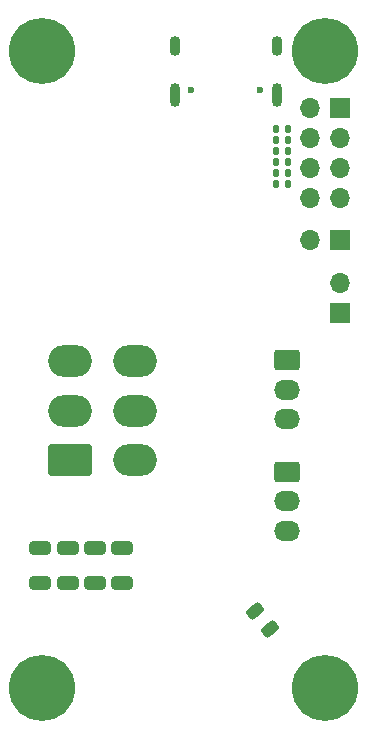
<source format=gbs>
%TF.GenerationSoftware,KiCad,Pcbnew,(7.0.0)*%
%TF.CreationDate,2023-03-15T16:02:59+00:00*%
%TF.ProjectId,Chad,43686164-2e6b-4696-9361-645f70636258,rev?*%
%TF.SameCoordinates,Original*%
%TF.FileFunction,Soldermask,Bot*%
%TF.FilePolarity,Negative*%
%FSLAX46Y46*%
G04 Gerber Fmt 4.6, Leading zero omitted, Abs format (unit mm)*
G04 Created by KiCad (PCBNEW (7.0.0)) date 2023-03-15 16:02:59*
%MOMM*%
%LPD*%
G01*
G04 APERTURE LIST*
G04 Aperture macros list*
%AMRoundRect*
0 Rectangle with rounded corners*
0 $1 Rounding radius*
0 $2 $3 $4 $5 $6 $7 $8 $9 X,Y pos of 4 corners*
0 Add a 4 corners polygon primitive as box body*
4,1,4,$2,$3,$4,$5,$6,$7,$8,$9,$2,$3,0*
0 Add four circle primitives for the rounded corners*
1,1,$1+$1,$2,$3*
1,1,$1+$1,$4,$5*
1,1,$1+$1,$6,$7*
1,1,$1+$1,$8,$9*
0 Add four rect primitives between the rounded corners*
20,1,$1+$1,$2,$3,$4,$5,0*
20,1,$1+$1,$4,$5,$6,$7,0*
20,1,$1+$1,$6,$7,$8,$9,0*
20,1,$1+$1,$8,$9,$2,$3,0*%
G04 Aperture macros list end*
%ADD10RoundRect,0.250000X-0.850000X-0.600000X0.850000X-0.600000X0.850000X0.600000X-0.850000X0.600000X0*%
%ADD11O,2.200000X1.700000*%
%ADD12C,5.600000*%
%ADD13R,1.700000X1.700000*%
%ADD14O,1.700000X1.700000*%
%ADD15C,0.600000*%
%ADD16O,0.900000X2.000000*%
%ADD17O,0.900000X1.700000*%
%ADD18RoundRect,0.250001X1.599999X-1.099999X1.599999X1.099999X-1.599999X1.099999X-1.599999X-1.099999X0*%
%ADD19O,3.700000X2.700000*%
%ADD20RoundRect,0.135000X-0.135000X-0.185000X0.135000X-0.185000X0.135000X0.185000X-0.135000X0.185000X0*%
%ADD21RoundRect,0.250000X-0.650000X0.325000X-0.650000X-0.325000X0.650000X-0.325000X0.650000X0.325000X0*%
%ADD22RoundRect,0.250000X0.524568X0.113813X0.203174X0.496835X-0.524568X-0.113813X-0.203174X-0.496835X0*%
G04 APERTURE END LIST*
D10*
%TO.C,J4*%
X55791590Y-80754955D03*
D11*
X55791589Y-83254954D03*
X55791589Y-85754954D03*
%TD*%
D12*
%TO.C,H3*%
X59000000Y-99090000D03*
%TD*%
D13*
%TO.C,ENJUMPER1*%
X60216231Y-67272659D03*
D14*
X60216231Y-64732659D03*
%TD*%
D15*
%TO.C,J5*%
X53453000Y-48402000D03*
X47673000Y-48402000D03*
D16*
X54882999Y-48881999D03*
D17*
X54882999Y-44711999D03*
D16*
X46242999Y-48881999D03*
D17*
X46242999Y-44711999D03*
%TD*%
D13*
%TO.C,J2*%
X60215721Y-49923067D03*
D14*
X57675721Y-49923067D03*
X60215721Y-52463067D03*
X57675721Y-52463067D03*
X60215721Y-55003067D03*
X57675721Y-55003067D03*
X60215721Y-57543067D03*
X57675721Y-57543067D03*
%TD*%
D13*
%TO.C,BOOTJUMPER1*%
X60214777Y-61126856D03*
D14*
X57674777Y-61126856D03*
%TD*%
D12*
%TO.C,H4*%
X35000000Y-45090000D03*
%TD*%
D10*
%TO.C,J3*%
X55790000Y-71309458D03*
D11*
X55789999Y-73809457D03*
X55789999Y-76309457D03*
%TD*%
D12*
%TO.C,H2*%
X59000000Y-45090000D03*
%TD*%
D18*
%TO.C,J1*%
X37375000Y-79790000D03*
D19*
X37374999Y-75589999D03*
X37374999Y-71389999D03*
X42874999Y-79789999D03*
X42874999Y-75589999D03*
X42874999Y-71389999D03*
%TD*%
D12*
%TO.C,H1*%
X35000000Y-99090000D03*
%TD*%
D20*
%TO.C,R33*%
X54813359Y-56398345D03*
X55833359Y-56398345D03*
%TD*%
D21*
%TO.C,C43*%
X39489357Y-87248335D03*
X39489357Y-90198335D03*
%TD*%
D20*
%TO.C,R28*%
X55835000Y-52650000D03*
X54815000Y-52650000D03*
%TD*%
D21*
%TO.C,C42*%
X37185711Y-87246450D03*
X37185711Y-90196450D03*
%TD*%
D22*
%TO.C,C48*%
X54310648Y-94027742D03*
X53089352Y-92572258D03*
%TD*%
D21*
%TO.C,C44*%
X41802781Y-87249629D03*
X41802781Y-90199629D03*
%TD*%
D20*
%TO.C,R29*%
X54815000Y-53575000D03*
X55835000Y-53575000D03*
%TD*%
%TO.C,R32*%
X54815184Y-55460437D03*
X55835184Y-55460437D03*
%TD*%
%TO.C,R31*%
X55834516Y-51705161D03*
X54814516Y-51705161D03*
%TD*%
%TO.C,R30*%
X54814682Y-54517718D03*
X55834682Y-54517718D03*
%TD*%
D21*
%TO.C,C41*%
X34880458Y-87248706D03*
X34880458Y-90198706D03*
%TD*%
M02*

</source>
